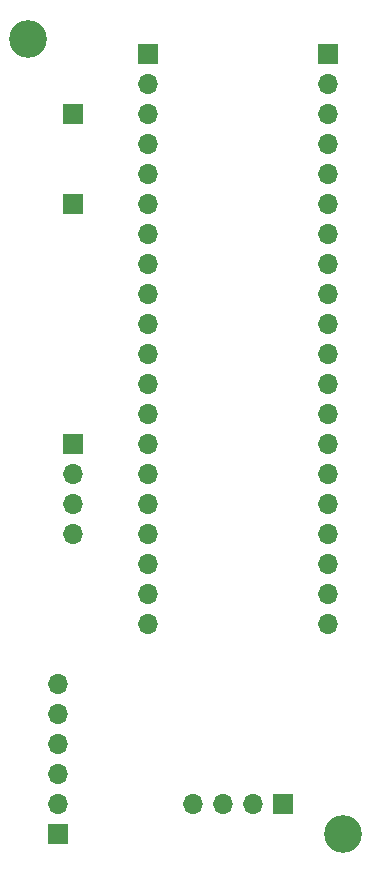
<source format=gbr>
%TF.GenerationSoftware,KiCad,Pcbnew,5.1.10-88a1d61d58~90~ubuntu20.04.1*%
%TF.CreationDate,2021-11-29T14:26:11+09:00*%
%TF.ProjectId,auto-headlight-control-system,6175746f-2d68-4656-9164-6c696768742d,rev?*%
%TF.SameCoordinates,Original*%
%TF.FileFunction,Soldermask,Bot*%
%TF.FilePolarity,Negative*%
%FSLAX46Y46*%
G04 Gerber Fmt 4.6, Leading zero omitted, Abs format (unit mm)*
G04 Created by KiCad (PCBNEW 5.1.10-88a1d61d58~90~ubuntu20.04.1) date 2021-11-29 14:26:11*
%MOMM*%
%LPD*%
G01*
G04 APERTURE LIST*
%ADD10C,3.200000*%
%ADD11O,1.700000X1.700000*%
%ADD12R,1.700000X1.700000*%
G04 APERTURE END LIST*
D10*
%TO.C, *%
X80010000Y-105410000D03*
%TD*%
%TO.C, *%
X53340000Y-38100000D03*
%TD*%
D11*
%TO.C,U2*%
X78740000Y-87630000D03*
X78740000Y-85090000D03*
X78740000Y-82550000D03*
X78740000Y-80010000D03*
X78740000Y-77470000D03*
X78740000Y-74930000D03*
X78740000Y-72390000D03*
X78740000Y-69850000D03*
X78740000Y-67310000D03*
X78740000Y-64770000D03*
X78740000Y-62230000D03*
X78740000Y-59690000D03*
X78740000Y-57150000D03*
X78740000Y-54610000D03*
X78740000Y-52070000D03*
X78740000Y-49530000D03*
X78740000Y-46990000D03*
X78740000Y-44450000D03*
X78740000Y-41910000D03*
D12*
X78740000Y-39370000D03*
%TD*%
%TO.C,S1*%
X55880000Y-105410000D03*
D11*
X55880000Y-102870000D03*
X55880000Y-100330000D03*
X55880000Y-97790000D03*
X55880000Y-95250000D03*
X55880000Y-92710000D03*
%TD*%
D12*
%TO.C,U1*%
X63500000Y-39370000D03*
D11*
X63500000Y-41910000D03*
X63500000Y-44450000D03*
X63500000Y-46990000D03*
X63500000Y-49530000D03*
X63500000Y-52070000D03*
X63500000Y-54610000D03*
X63500000Y-57150000D03*
X63500000Y-59690000D03*
X63500000Y-62230000D03*
X63500000Y-64770000D03*
X63500000Y-67310000D03*
X63500000Y-69850000D03*
X63500000Y-72390000D03*
X63500000Y-74930000D03*
X63500000Y-77470000D03*
X63500000Y-80010000D03*
X63500000Y-82550000D03*
X63500000Y-85090000D03*
X63500000Y-87630000D03*
%TD*%
D12*
%TO.C,S2*%
X74930000Y-102870000D03*
D11*
X72390000Y-102870000D03*
X69850000Y-102870000D03*
X67310000Y-102870000D03*
%TD*%
%TO.C,T1*%
X57150000Y-80010000D03*
X57150000Y-77470000D03*
X57150000Y-74930000D03*
D12*
X57150000Y-72390000D03*
%TD*%
%TO.C,J2*%
X57150000Y-44450000D03*
%TD*%
%TO.C,J1*%
X57150000Y-52070000D03*
%TD*%
M02*

</source>
